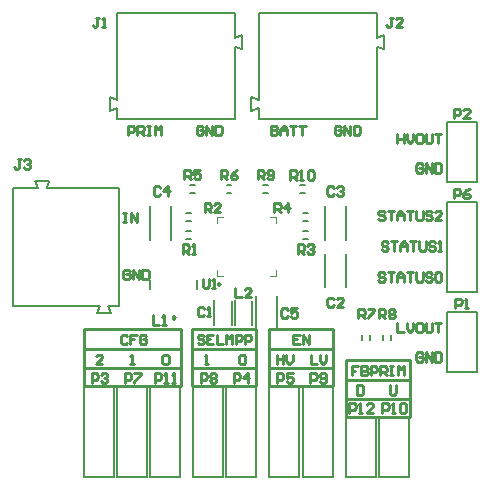
<source format=gto>
G04*
G04 #@! TF.GenerationSoftware,Altium Limited,Altium Designer,21.7.2 (23)*
G04*
G04 Layer_Color=65535*
%FSLAX25Y25*%
%MOIN*%
G70*
G04*
G04 #@! TF.SameCoordinates,D7E17CD3-6D55-4483-A905-566B995BA5DE*
G04*
G04*
G04 #@! TF.FilePolarity,Positive*
G04*
G01*
G75*
%ADD10C,0.00984*%
%ADD11C,0.01000*%
%ADD12C,0.00787*%
%ADD13C,0.00394*%
D10*
X69980Y66339D02*
X69242Y66765D01*
Y65912D01*
X69980Y66339D01*
X54823Y55216D02*
X54085Y55643D01*
Y54790D01*
X54823Y55216D01*
D11*
X86221Y38189D02*
X107480D01*
X86221Y51181D02*
X107480D01*
Y38189D02*
Y51181D01*
X86221Y38189D02*
Y51181D01*
Y32283D02*
X107480D01*
X86221Y44488D02*
X107480D01*
Y32283D02*
Y44488D01*
X86221Y32283D02*
Y44488D01*
X60630Y38189D02*
X81890D01*
X60630Y51181D02*
X81890D01*
Y38189D02*
Y51181D01*
X60630Y38189D02*
Y51181D01*
Y32283D02*
X81890D01*
X60630Y44488D02*
X81890D01*
Y32283D02*
Y44488D01*
X60630Y32283D02*
Y44488D01*
X24409Y32283D02*
X56693D01*
X24409Y44488D02*
X56693D01*
Y32283D02*
Y44488D01*
X24409Y32283D02*
Y44488D01*
X111811Y27953D02*
X133071D01*
X111811Y40945D02*
X133071D01*
Y27953D02*
Y40945D01*
X111811Y27953D02*
Y40945D01*
Y22047D02*
X133071D01*
X111811Y34252D02*
X133071D01*
Y22047D02*
Y34252D01*
X111811Y22047D02*
Y34252D01*
X24409Y38189D02*
X56693D01*
X24409Y51181D02*
X56693D01*
Y38189D02*
Y51181D01*
X24409Y38189D02*
Y51181D01*
X115894Y38991D02*
X113795D01*
Y37417D01*
X114845D01*
X113795D01*
Y35842D01*
X116944Y38991D02*
Y35842D01*
X118518D01*
X119043Y36367D01*
Y36892D01*
X118518Y37417D01*
X116944D01*
X118518D01*
X119043Y37942D01*
Y38466D01*
X118518Y38991D01*
X116944D01*
X120092Y35842D02*
Y38991D01*
X121667D01*
X122192Y38466D01*
Y37417D01*
X121667Y36892D01*
X120092D01*
X123241Y35842D02*
Y38991D01*
X124815D01*
X125340Y38466D01*
Y37417D01*
X124815Y36892D01*
X123241D01*
X124291D02*
X125340Y35842D01*
X126390Y38991D02*
X127439D01*
X126914D01*
Y35842D01*
X126390D01*
X127439D01*
X129014D02*
Y38991D01*
X130063Y37942D01*
X131113Y38991D01*
Y35842D01*
X115567Y32495D02*
Y29346D01*
X117141D01*
X117666Y29871D01*
Y31970D01*
X117141Y32495D01*
X115567D01*
X126394D02*
Y29871D01*
X126918Y29346D01*
X127968D01*
X128493Y29871D01*
Y32495D01*
X100016Y42731D02*
Y39583D01*
X102115D01*
X103164Y42731D02*
Y40632D01*
X104214Y39583D01*
X105263Y40632D01*
Y42731D01*
X88795D02*
Y39583D01*
Y41157D01*
X90894D01*
Y42731D01*
Y39583D01*
X91944Y42731D02*
Y40632D01*
X92993Y39583D01*
X94043Y40632D01*
Y42731D01*
X96406Y49424D02*
X94307D01*
Y46276D01*
X96406D01*
X94307Y47850D02*
X95357D01*
X97456Y46276D02*
Y49424D01*
X99555Y46276D01*
Y49424D01*
X64516Y48899D02*
X63992Y49424D01*
X62942D01*
X62417Y48899D01*
Y48375D01*
X62942Y47850D01*
X63992D01*
X64516Y47325D01*
Y46800D01*
X63992Y46276D01*
X62942D01*
X62417Y46800D01*
X67665Y49424D02*
X65566D01*
Y46276D01*
X67665D01*
X65566Y47850D02*
X66615D01*
X68714Y49424D02*
Y46276D01*
X70814D01*
X71863D02*
Y49424D01*
X72913Y48375D01*
X73962Y49424D01*
Y46276D01*
X75012D02*
Y49424D01*
X76586D01*
X77111Y48899D01*
Y47850D01*
X76586Y47325D01*
X75012D01*
X78160Y46276D02*
Y49424D01*
X79735D01*
X80259Y48899D01*
Y47850D01*
X79735Y47325D01*
X78160D01*
X64780Y39583D02*
X65829D01*
X65304D01*
Y42731D01*
X64780Y42206D01*
X76197D02*
X76722Y42731D01*
X77771D01*
X78296Y42206D01*
Y40108D01*
X77771Y39583D01*
X76722D01*
X76197Y40108D01*
Y42206D01*
X50606D02*
X51131Y42731D01*
X52181D01*
X52705Y42206D01*
Y40108D01*
X52181Y39583D01*
X51131D01*
X50606Y40108D01*
Y42206D01*
X39976Y39583D02*
X41026D01*
X40501D01*
Y42731D01*
X39976Y42206D01*
X30658Y39583D02*
X28559D01*
X30658Y41682D01*
Y42206D01*
X30133Y42731D01*
X29084D01*
X28559Y42206D01*
X38926Y48899D02*
X38401Y49424D01*
X37352D01*
X36827Y48899D01*
Y46800D01*
X37352Y46276D01*
X38401D01*
X38926Y46800D01*
X42074Y49424D02*
X39975D01*
Y47850D01*
X41025D01*
X39975D01*
Y46276D01*
X45223Y48899D02*
X44698Y49424D01*
X43649D01*
X43124Y48899D01*
Y46800D01*
X43649Y46276D01*
X44698D01*
X45223Y46800D01*
Y47850D01*
X44173D01*
X86827Y119109D02*
Y115961D01*
X88401D01*
X88926Y116485D01*
Y117010D01*
X88401Y117535D01*
X86827D01*
X88401D01*
X88926Y118060D01*
Y118585D01*
X88401Y119109D01*
X86827D01*
X89975Y115961D02*
Y118060D01*
X91025Y119109D01*
X92074Y118060D01*
Y115961D01*
Y117535D01*
X89975D01*
X93124Y119109D02*
X95223D01*
X94174D01*
Y115961D01*
X96272Y119109D02*
X98372D01*
X97322D01*
Y115961D01*
X39189D02*
Y119109D01*
X40763D01*
X41288Y118585D01*
Y117535D01*
X40763Y117010D01*
X39189D01*
X42338Y115961D02*
Y119109D01*
X43912D01*
X44437Y118585D01*
Y117535D01*
X43912Y117010D01*
X42338D01*
X43387D02*
X44437Y115961D01*
X45486Y119109D02*
X46536D01*
X46011D01*
Y115961D01*
X45486D01*
X46536D01*
X48110D02*
Y119109D01*
X49160Y118060D01*
X50209Y119109D01*
Y115961D01*
X110184Y118585D02*
X109659Y119109D01*
X108609D01*
X108085Y118585D01*
Y116485D01*
X108609Y115961D01*
X109659D01*
X110184Y116485D01*
Y117535D01*
X109134D01*
X111233Y115961D02*
Y119109D01*
X113332Y115961D01*
Y119109D01*
X114382D02*
Y115961D01*
X115956D01*
X116481Y116485D01*
Y118585D01*
X115956Y119109D01*
X114382D01*
X64121Y118585D02*
X63596Y119109D01*
X62546D01*
X62022Y118585D01*
Y116485D01*
X62546Y115961D01*
X63596D01*
X64121Y116485D01*
Y117535D01*
X63071D01*
X65170Y115961D02*
Y119109D01*
X67269Y115961D01*
Y119109D01*
X68319D02*
Y115961D01*
X69893D01*
X70418Y116485D01*
Y118585D01*
X69893Y119109D01*
X68319D01*
X37612Y89975D02*
X38662D01*
X38137D01*
Y86827D01*
X37612D01*
X38662D01*
X40236D02*
Y89975D01*
X42335Y86827D01*
Y89975D01*
X39713Y70553D02*
X39189Y71078D01*
X38139D01*
X37614Y70553D01*
Y68454D01*
X38139Y67929D01*
X39189D01*
X39713Y68454D01*
Y69503D01*
X38664D01*
X40763Y67929D02*
Y71078D01*
X42862Y67929D01*
Y71078D01*
X43911D02*
Y67929D01*
X45486D01*
X46010Y68454D01*
Y70553D01*
X45486Y71078D01*
X43911D01*
X124755Y69766D02*
X124230Y70290D01*
X123180D01*
X122656Y69766D01*
Y69241D01*
X123180Y68716D01*
X124230D01*
X124755Y68191D01*
Y67667D01*
X124230Y67142D01*
X123180D01*
X122656Y67667D01*
X125804Y70290D02*
X127903D01*
X126854D01*
Y67142D01*
X128953D02*
Y69241D01*
X130002Y70290D01*
X131052Y69241D01*
Y67142D01*
Y68716D01*
X128953D01*
X132101Y70290D02*
X134200D01*
X133151D01*
Y67142D01*
X135250Y70290D02*
Y67667D01*
X135775Y67142D01*
X136824D01*
X137349Y67667D01*
Y70290D01*
X140498Y69766D02*
X139973Y70290D01*
X138923D01*
X138399Y69766D01*
Y69241D01*
X138923Y68716D01*
X139973D01*
X140498Y68191D01*
Y67667D01*
X139973Y67142D01*
X138923D01*
X138399Y67667D01*
X141547Y69766D02*
X142072Y70290D01*
X143121D01*
X143646Y69766D01*
Y67667D01*
X143121Y67142D01*
X142072D01*
X141547Y67667D01*
Y69766D01*
X125804Y80002D02*
X125279Y80527D01*
X124230D01*
X123705Y80002D01*
Y79477D01*
X124230Y78952D01*
X125279D01*
X125804Y78427D01*
Y77903D01*
X125279Y77378D01*
X124230D01*
X123705Y77903D01*
X126854Y80527D02*
X128953D01*
X127903D01*
Y77378D01*
X130002D02*
Y79477D01*
X131052Y80527D01*
X132101Y79477D01*
Y77378D01*
Y78952D01*
X130002D01*
X133151Y80527D02*
X135250D01*
X134200D01*
Y77378D01*
X136300Y80527D02*
Y77903D01*
X136824Y77378D01*
X137874D01*
X138399Y77903D01*
Y80527D01*
X141547Y80002D02*
X141022Y80527D01*
X139973D01*
X139448Y80002D01*
Y79477D01*
X139973Y78952D01*
X141022D01*
X141547Y78427D01*
Y77903D01*
X141022Y77378D01*
X139973D01*
X139448Y77903D01*
X142597Y77378D02*
X143646D01*
X143121D01*
Y80527D01*
X142597Y80002D01*
X124755Y90238D02*
X124230Y90763D01*
X123180D01*
X122656Y90238D01*
Y89713D01*
X123180Y89188D01*
X124230D01*
X124755Y88664D01*
Y88139D01*
X124230Y87614D01*
X123180D01*
X122656Y88139D01*
X125804Y90763D02*
X127903D01*
X126854D01*
Y87614D01*
X128953D02*
Y89713D01*
X130002Y90763D01*
X131052Y89713D01*
Y87614D01*
Y89188D01*
X128953D01*
X132101Y90763D02*
X134200D01*
X133151D01*
Y87614D01*
X135250Y90763D02*
Y88139D01*
X135775Y87614D01*
X136824D01*
X137349Y88139D01*
Y90763D01*
X140498Y90238D02*
X139973Y90763D01*
X138923D01*
X138399Y90238D01*
Y89713D01*
X138923Y89188D01*
X139973D01*
X140498Y88664D01*
Y88139D01*
X139973Y87614D01*
X138923D01*
X138399Y88139D01*
X143646Y87614D02*
X141547D01*
X143646Y89713D01*
Y90238D01*
X143121Y90763D01*
X142072D01*
X141547Y90238D01*
X128953Y53361D02*
Y50213D01*
X131052D01*
X132101Y53361D02*
Y51262D01*
X133151Y50213D01*
X134200Y51262D01*
Y53361D01*
X136824D02*
X135775D01*
X135250Y52836D01*
Y50737D01*
X135775Y50213D01*
X136824D01*
X137349Y50737D01*
Y52836D01*
X136824Y53361D01*
X138399D02*
Y50737D01*
X138923Y50213D01*
X139973D01*
X140498Y50737D01*
Y53361D01*
X141547D02*
X143646D01*
X142597D01*
Y50213D01*
X137349Y42994D02*
X136824Y43519D01*
X135775D01*
X135250Y42994D01*
Y40895D01*
X135775Y40370D01*
X136824D01*
X137349Y40895D01*
Y41944D01*
X136300D01*
X138399Y40370D02*
Y43519D01*
X140498Y40370D01*
Y43519D01*
X141547D02*
Y40370D01*
X143121D01*
X143646Y40895D01*
Y42994D01*
X143121Y43519D01*
X141547D01*
X137349Y105986D02*
X136824Y106511D01*
X135775D01*
X135250Y105986D01*
Y103887D01*
X135775Y103362D01*
X136824D01*
X137349Y103887D01*
Y104937D01*
X136300D01*
X138399Y103362D02*
Y106511D01*
X140498Y103362D01*
Y106511D01*
X141547D02*
Y103362D01*
X143121D01*
X143646Y103887D01*
Y105986D01*
X143121Y106511D01*
X141547D01*
X128953Y116353D02*
Y113205D01*
Y114779D01*
X131052D01*
Y116353D01*
Y113205D01*
X132101Y116353D02*
Y114254D01*
X133151Y113205D01*
X134200Y114254D01*
Y116353D01*
X136824D02*
X135775D01*
X135250Y115829D01*
Y113730D01*
X135775Y113205D01*
X136824D01*
X137349Y113730D01*
Y115829D01*
X136824Y116353D01*
X138399D02*
Y113730D01*
X138923Y113205D01*
X139973D01*
X140498Y113730D01*
Y116353D01*
X141547D02*
X143646D01*
X142597D01*
Y113205D01*
X3412Y107873D02*
X2363D01*
X2888D01*
Y105250D01*
X2363Y104725D01*
X1838D01*
X1313Y105250D01*
X4462Y107349D02*
X4986Y107873D01*
X6036D01*
X6561Y107349D01*
Y106824D01*
X6036Y106299D01*
X5511D01*
X6036D01*
X6561Y105774D01*
Y105250D01*
X6036Y104725D01*
X4986D01*
X4462Y105250D01*
X29528Y155118D02*
X28478D01*
X29003D01*
Y152494D01*
X28478Y151969D01*
X27953D01*
X27428Y152494D01*
X30577Y151969D02*
X31627D01*
X31102D01*
Y155118D01*
X30577Y154593D01*
X127428Y155118D02*
X126379D01*
X126903D01*
Y152494D01*
X126379Y151969D01*
X125854D01*
X125329Y152494D01*
X130577Y151969D02*
X128478D01*
X130577Y154068D01*
Y154593D01*
X130052Y155118D01*
X129002D01*
X128478Y154593D01*
X64043Y68110D02*
Y65486D01*
X64567Y64961D01*
X65617D01*
X66142Y65486D01*
Y68110D01*
X67191Y64961D02*
X68241D01*
X67716D01*
Y68110D01*
X67191Y67585D01*
X93300Y101013D02*
Y104161D01*
X94874D01*
X95399Y103636D01*
Y102587D01*
X94874Y102062D01*
X93300D01*
X94349D02*
X95399Y101013D01*
X96449D02*
X97498D01*
X96973D01*
Y104161D01*
X96449Y103636D01*
X99072D02*
X99597Y104161D01*
X100647D01*
X101172Y103636D01*
Y101537D01*
X100647Y101013D01*
X99597D01*
X99072Y101537D01*
Y103636D01*
X122860Y54814D02*
Y57963D01*
X124434D01*
X124959Y57438D01*
Y56388D01*
X124434Y55864D01*
X122860D01*
X123909D02*
X124959Y54814D01*
X126008Y57438D02*
X126533Y57963D01*
X127583D01*
X128108Y57438D01*
Y56913D01*
X127583Y56388D01*
X128108Y55864D01*
Y55339D01*
X127583Y54814D01*
X126533D01*
X126008Y55339D01*
Y55864D01*
X126533Y56388D01*
X126008Y56913D01*
Y57438D01*
X126533Y56388D02*
X127583D01*
X115987Y54814D02*
Y57963D01*
X117562D01*
X118087Y57438D01*
Y56388D01*
X117562Y55864D01*
X115987D01*
X117037D02*
X118087Y54814D01*
X119136Y57963D02*
X121235D01*
Y57438D01*
X119136Y55339D01*
Y54814D01*
X82415Y101182D02*
Y104330D01*
X83990D01*
X84515Y103805D01*
Y102756D01*
X83990Y102231D01*
X82415D01*
X83465D02*
X84515Y101182D01*
X85564Y101706D02*
X86089Y101182D01*
X87138D01*
X87663Y101706D01*
Y103805D01*
X87138Y104330D01*
X86089D01*
X85564Y103805D01*
Y103281D01*
X86089Y102756D01*
X87663D01*
X70211Y101182D02*
Y104330D01*
X71785D01*
X72310Y103805D01*
Y102756D01*
X71785Y102231D01*
X70211D01*
X71260D02*
X72310Y101182D01*
X75459Y104330D02*
X74409Y103805D01*
X73359Y102756D01*
Y101706D01*
X73884Y101182D01*
X74934D01*
X75459Y101706D01*
Y102231D01*
X74934Y102756D01*
X73359D01*
X58006Y101182D02*
Y104330D01*
X59580D01*
X60105Y103805D01*
Y102756D01*
X59580Y102231D01*
X58006D01*
X59056D02*
X60105Y101182D01*
X63254Y104330D02*
X61155D01*
Y102756D01*
X62204Y103281D01*
X62729D01*
X63254Y102756D01*
Y101706D01*
X62729Y101182D01*
X61680D01*
X61155Y101706D01*
X87927Y90158D02*
Y93307D01*
X89502D01*
X90026Y92782D01*
Y91732D01*
X89502Y91207D01*
X87927D01*
X88977D02*
X90026Y90158D01*
X92650D02*
Y93307D01*
X91076Y91732D01*
X93175D01*
X95801Y76379D02*
Y79527D01*
X97376D01*
X97900Y79002D01*
Y77953D01*
X97376Y77428D01*
X95801D01*
X96851D02*
X97900Y76379D01*
X98950Y79002D02*
X99475Y79527D01*
X100524D01*
X101049Y79002D01*
Y78478D01*
X100524Y77953D01*
X99999D01*
X100524D01*
X101049Y77428D01*
Y76903D01*
X100524Y76379D01*
X99475D01*
X98950Y76903D01*
X64699Y90158D02*
Y93307D01*
X66273D01*
X66798Y92782D01*
Y91732D01*
X66273Y91207D01*
X64699D01*
X65749D02*
X66798Y90158D01*
X69947D02*
X67848D01*
X69947Y92257D01*
Y92782D01*
X69422Y93307D01*
X68372D01*
X67848Y92782D01*
X57350Y76379D02*
Y79527D01*
X58924D01*
X59449Y79002D01*
Y77953D01*
X58924Y77428D01*
X57350D01*
X58399D02*
X59449Y76379D01*
X60498D02*
X61548D01*
X61023D01*
Y79527D01*
X60498Y79002D01*
X88868Y33332D02*
Y36480D01*
X90443D01*
X90968Y35955D01*
Y34906D01*
X90443Y34381D01*
X88868D01*
X94116Y36480D02*
X92017D01*
Y34906D01*
X93067Y35431D01*
X93591D01*
X94116Y34906D01*
Y33856D01*
X93591Y33332D01*
X92542D01*
X92017Y33856D01*
X48164Y33332D02*
Y36480D01*
X49738D01*
X50263Y35955D01*
Y34906D01*
X49738Y34381D01*
X48164D01*
X51312Y33332D02*
X52362D01*
X51837D01*
Y36480D01*
X51312Y35955D01*
X53936Y33332D02*
X54986D01*
X54461D01*
Y36480D01*
X53936Y35955D01*
X74369Y33332D02*
Y36480D01*
X75943D01*
X76468Y35955D01*
Y34906D01*
X75943Y34381D01*
X74369D01*
X79091Y33332D02*
Y36480D01*
X77517Y34906D01*
X79616D01*
X27068Y33332D02*
Y36480D01*
X28643D01*
X29168Y35955D01*
Y34906D01*
X28643Y34381D01*
X27068D01*
X30217Y35955D02*
X30742Y36480D01*
X31791D01*
X32316Y35955D01*
Y35431D01*
X31791Y34906D01*
X31267D01*
X31791D01*
X32316Y34381D01*
Y33856D01*
X31791Y33332D01*
X30742D01*
X30217Y33856D01*
X147770Y94882D02*
Y98031D01*
X149344D01*
X149869Y97506D01*
Y96457D01*
X149344Y95932D01*
X147770D01*
X153017Y98031D02*
X151968Y97506D01*
X150918Y96457D01*
Y95407D01*
X151443Y94882D01*
X152493D01*
X153017Y95407D01*
Y95932D01*
X152493Y96457D01*
X150918D01*
X38168Y33332D02*
Y36480D01*
X39743D01*
X40268Y35955D01*
Y34906D01*
X39743Y34381D01*
X38168D01*
X41317Y36480D02*
X43416D01*
Y35955D01*
X41317Y33856D01*
Y33332D01*
X148295Y58268D02*
Y61417D01*
X149869D01*
X150394Y60892D01*
Y59842D01*
X149869Y59318D01*
X148295D01*
X151443Y58268D02*
X152493D01*
X151968D01*
Y61417D01*
X151443Y60892D01*
X147770Y121654D02*
Y124803D01*
X149344D01*
X149869Y124278D01*
Y123228D01*
X149344Y122704D01*
X147770D01*
X153017Y121654D02*
X150918D01*
X153017Y123753D01*
Y124278D01*
X152493Y124803D01*
X151443D01*
X150918Y124278D01*
X99968Y33332D02*
Y36480D01*
X101543D01*
X102068Y35955D01*
Y34906D01*
X101543Y34381D01*
X99968D01*
X103117Y33856D02*
X103642Y33332D01*
X104691D01*
X105216Y33856D01*
Y35955D01*
X104691Y36480D01*
X103642D01*
X103117Y35955D01*
Y35431D01*
X103642Y34906D01*
X105216D01*
X112993Y23426D02*
Y26574D01*
X114568D01*
X115093Y26050D01*
Y25000D01*
X114568Y24475D01*
X112993D01*
X116142Y23426D02*
X117192D01*
X116667D01*
Y26574D01*
X116142Y26050D01*
X120865Y23426D02*
X118766D01*
X120865Y25525D01*
Y26050D01*
X120340Y26574D01*
X119291D01*
X118766Y26050D01*
X63368Y33332D02*
Y36480D01*
X64943D01*
X65468Y35955D01*
Y34906D01*
X64943Y34381D01*
X63368D01*
X66517Y35955D02*
X67042Y36480D01*
X68091D01*
X68616Y35955D01*
Y35431D01*
X68091Y34906D01*
X68616Y34381D01*
Y33856D01*
X68091Y33332D01*
X67042D01*
X66517Y33856D01*
Y34381D01*
X67042Y34906D01*
X66517Y35431D01*
Y35955D01*
X67042Y34906D02*
X68091D01*
X123994Y23426D02*
Y26574D01*
X125568D01*
X126093Y26050D01*
Y25000D01*
X125568Y24475D01*
X123994D01*
X127142Y23426D02*
X128192D01*
X127667D01*
Y26574D01*
X127142Y26050D01*
X129766D02*
X130291Y26574D01*
X131340D01*
X131865Y26050D01*
Y23950D01*
X131340Y23426D01*
X130291D01*
X129766Y23950D01*
Y26050D01*
X74935Y64960D02*
Y61812D01*
X77034D01*
X80183D02*
X78084D01*
X80183Y63911D01*
Y64435D01*
X79658Y64960D01*
X78609D01*
X78084Y64435D01*
X47507Y55905D02*
Y52756D01*
X49606D01*
X50656D02*
X51705D01*
X51181D01*
Y55905D01*
X50656Y55380D01*
X92389Y57742D02*
X91864Y58267D01*
X90814D01*
X90290Y57742D01*
Y55643D01*
X90814Y55119D01*
X91864D01*
X92389Y55643D01*
X95537Y58267D02*
X93438D01*
Y56693D01*
X94488Y57218D01*
X95012D01*
X95537Y56693D01*
Y55643D01*
X95012Y55119D01*
X93963D01*
X93438Y55643D01*
X49869Y98294D02*
X49344Y98818D01*
X48295D01*
X47770Y98294D01*
Y96195D01*
X48295Y95670D01*
X49344D01*
X49869Y96195D01*
X52493Y95670D02*
Y98818D01*
X50919Y97244D01*
X53017D01*
X107743Y98294D02*
X107218Y98818D01*
X106169D01*
X105644Y98294D01*
Y96195D01*
X106169Y95670D01*
X107218D01*
X107743Y96195D01*
X108792Y98294D02*
X109317Y98818D01*
X110367D01*
X110892Y98294D01*
Y97769D01*
X110367Y97244D01*
X109842D01*
X110367D01*
X110892Y96719D01*
Y96195D01*
X110367Y95670D01*
X109317D01*
X108792Y96195D01*
X107743Y61286D02*
X107218Y61810D01*
X106169D01*
X105644Y61286D01*
Y59187D01*
X106169Y58662D01*
X107218D01*
X107743Y59187D01*
X110892Y58662D02*
X108792D01*
X110892Y60761D01*
Y61286D01*
X110367Y61810D01*
X109317D01*
X108792Y61286D01*
X64567Y58136D02*
X64042Y58661D01*
X62993D01*
X62468Y58136D01*
Y56037D01*
X62993Y55512D01*
X64042D01*
X64567Y56037D01*
X65617Y55512D02*
X66666D01*
X66141D01*
Y58661D01*
X65617Y58136D01*
D12*
X58661Y87205D02*
X60236D01*
X58661Y89961D02*
X60236D01*
X58661Y84055D02*
X60236D01*
X58661Y81299D02*
X60236D01*
X97638Y87205D02*
X99213D01*
X97638Y89961D02*
X99213D01*
X46433Y81078D02*
Y92150D01*
X53567Y81078D02*
Y92150D01*
X97638Y81299D02*
X99213D01*
X97638Y84055D02*
X99213D01*
X104701Y65330D02*
Y76402D01*
X111835Y65330D02*
Y76402D01*
X104701Y81078D02*
Y92150D01*
X111835Y81078D02*
Y92150D01*
X96457Y96653D02*
X98032D01*
X96457Y99410D02*
X98032D01*
X84252Y96653D02*
X85827D01*
X84252Y99410D02*
X85827D01*
X72047Y96653D02*
X73622D01*
X72047Y99410D02*
X73622D01*
X59842Y96653D02*
X61417D01*
X59842Y99410D02*
X61417D01*
X67716Y52547D02*
Y60839D01*
X74803Y52547D02*
Y60839D01*
X73721Y52641D02*
Y60745D01*
X80610Y52641D02*
Y60745D01*
X81866Y51157D02*
Y62229D01*
X89000Y51157D02*
Y62229D01*
X124016Y47638D02*
Y49213D01*
X126772Y47638D02*
Y49213D01*
X119882Y47638D02*
Y49213D01*
X117126Y47638D02*
Y49213D01*
X121929Y1929D02*
Y21929D01*
X111929D02*
X121929D01*
X111929Y1929D02*
Y21929D01*
Y1929D02*
X121929D01*
X132953D02*
Y21929D01*
X122953D02*
X132953D01*
X122953Y1929D02*
Y21929D01*
Y1929D02*
X132953D01*
X97362Y31929D02*
X107362D01*
Y1929D02*
Y31929D01*
X97362Y1929D02*
X107362D01*
X97362D02*
Y31929D01*
X86339D02*
X96339D01*
Y1929D02*
Y31929D01*
X86339Y1929D02*
X96339D01*
X86339D02*
Y31929D01*
X71772D02*
X81772D01*
Y1929D02*
Y31929D01*
X71772Y1929D02*
X81772D01*
X71772D02*
Y31929D01*
X60748D02*
X70748D01*
Y1929D02*
Y31929D01*
X60748Y1929D02*
X70748D01*
X60748D02*
Y31929D01*
X46575D02*
X56575D01*
Y1929D02*
Y31929D01*
X46575Y1929D02*
X56575D01*
X46575D02*
Y31929D01*
X35551D02*
X45551D01*
Y1929D02*
Y31929D01*
X35551Y1929D02*
X45551D01*
X35551D02*
Y31929D01*
X24528D02*
X34528D01*
Y1929D02*
Y31929D01*
X24528Y1929D02*
X34528D01*
X24528D02*
Y31929D01*
X145394Y63740D02*
X155394D01*
X145394D02*
Y93740D01*
X155394D01*
Y63740D02*
Y93740D01*
X155394Y36968D02*
Y56968D01*
X145394D02*
X155394D01*
X145394Y36968D02*
Y56968D01*
Y36968D02*
X155394D01*
Y100354D02*
Y120354D01*
X145394D02*
X155394D01*
X145394Y100354D02*
Y120354D01*
Y100354D02*
X155394D01*
X787Y59055D02*
X29724D01*
X32480D02*
X36220D01*
Y98425D01*
X787Y59055D02*
Y98425D01*
X9252D01*
X12009D02*
X36220D01*
X8268Y100788D02*
X12992D01*
X8268D02*
X9251Y98425D01*
X12009D02*
X12992Y100788D01*
X32480Y59055D02*
X33464Y56693D01*
X28739D02*
X33464D01*
X28739D02*
X29723Y59055D01*
X82677Y127756D02*
Y156693D01*
Y121260D02*
Y125000D01*
Y121260D02*
X122047D01*
X82677Y156693D02*
X122047D01*
Y148228D02*
Y156693D01*
Y121260D02*
Y145472D01*
X124410Y144488D02*
Y149213D01*
X122047Y148229D02*
X124410Y149213D01*
X122047Y145472D02*
X124410Y144488D01*
X80315Y124017D02*
X82677Y125000D01*
X80315Y124017D02*
Y128741D01*
X82677Y127758D01*
X35432Y127756D02*
Y156693D01*
Y121260D02*
Y125000D01*
Y121260D02*
X74802D01*
X35432Y156693D02*
X74802D01*
Y148228D02*
Y156693D01*
Y121260D02*
Y145472D01*
X77165Y144488D02*
Y149213D01*
X74802Y148229D02*
X77165Y149213D01*
X74802Y145472D02*
X77165Y144488D01*
X33070Y124016D02*
X35432Y125000D01*
X33070Y124016D02*
Y128741D01*
X35432Y127758D01*
X46504Y64665D02*
Y67618D01*
X62157Y64665D02*
Y67618D01*
D13*
X88583Y68898D02*
Y70965D01*
X86516Y68898D02*
X88583D01*
Y86516D02*
Y88583D01*
X86516D02*
X88583D01*
X68898D02*
X70965D01*
X68898Y86516D02*
Y88583D01*
Y68898D02*
Y70965D01*
Y68898D02*
X70965D01*
M02*

</source>
